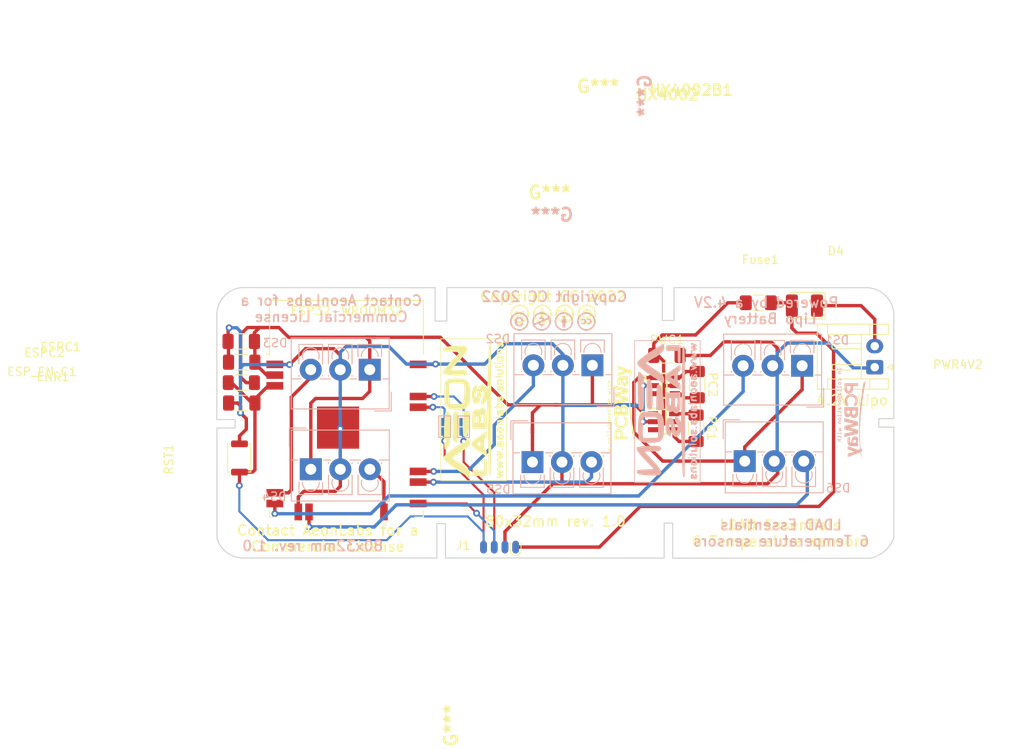
<source format=kicad_pcb>
(kicad_pcb (version 20211014) (generator pcbnew)
  (layers (0 "F.Cu" signal) (31 "B.Cu" signal) (34 "B.Paste" user) (35 "F.Paste" user) (36 "B.SilkS" user "B.Silkscreen") (37 "F.SilkS" user "F.Silkscreen") (38 "B.Mask" user) (39 "F.Mask" user) (44 "Edge.Cuts" user))
  (net 0 "")
  (net 1 "/3V3")
  (net 2 "/GND")
  (net 3 "Net-(DS1-Pad3)")
  (net 4 "Net-(DS2-Pad3)")
  (net 5 "Net-(DS3-Pad3)")
  (net 6 "Net-(DS4-Pad3)")
  (net 7 "Net-(DS5-Pad3)")
  (net 8 "Net-(DS6-Pad3)")
  (net 9 "/RST_EN_RTS")
  (net 26 "/IO0_BOOT_DTR")
  (net 33 "/IO03RX")
  (net 34 "/IO01TX")
  (net 37 "/5V0")
  (net 38 "/5V0F")
  (net 39 "Net-(HX4002-Pad4)")
  (net 40 "Net-(HX4002-Pad6)")
  (net 41 "Net-(HX4002B1-Pad4)")
  (net 42 "Net-(HX4002B1-Pad6)")
  (net 43 "/RX_IN")
  (net 44 "/TX_IN")
  (net 47 "Net-(PWR4V2-Pad2)")
  (footprint "AeonLabs:HX4002 SOT95 P280X125-6N" (layer "F.Cu") (at 161.67 90.89)
    (fp_text reference "HX4002B1" (at 3.21 -35.1) (layer "F.SilkS") (effects (font (size 1.27 1.27) (thickness 0.254))))
    (fp_text value "HX4002" hide)
    (pad "1" smd rect (at -1.21 -0.97 90) (size 0.6 1.2) (layers "F.Cu" "F.Paste" "F.Mask") (net 1 "/3V3"))
    (pad "2" smd rect (at -1.21 -0.02 90) (size 0.6 1.2) (layers "F.Cu" "F.Paste" "F.Mask") (net 2 "/GND"))
    (pad "3" smd rect (at -1.21 0.93 90) (size 0.6 1.2) (layers "F.Cu" "F.Paste" "F.Mask") (net 37 "/5V0"))
    (pad "4" smd rect (at 1.29 0.93 90) (size 0.6 1.2) (layers "F.Cu" "F.Paste" "F.Mask") (net 41 "Net-(HX4002B1-Pad4)"))
    (pad "5" smd rect (at 1.29 -0.02 90) (size 0.6 1.2) (layers "F.Cu" "F.Paste" "F.Mask") (net 37 "/5V0"))
    (pad "6" smd rect (at 1.29 -0.97 90) (size 0.6 1.2) (layers "F.Cu" "F.Paste" "F.Mask") (net 42 "Net-(HX4002B1-Pad6)"))
  )
  (footprint "AeonLabs:pcbWay Logo Collab" (layer "F.Cu") (at 156.59 93.7 90)
    (fp_text reference "G***" hide)
    (fp_text value "LOGO" hide)
  )
  (footprint "Capacitor_SMD:C_1206_3216Metric_Pad1.33x1.80mm_HandSolder" (layer "F.Cu") (at 111.59 92.93)
    (fp_text reference "ESP_EN_C1" (at -23.7 -3.71) (layer "F.SilkS"))
    (fp_text value "0.1uF")
    (pad "1" smd roundrect locked (at -1.5625 0) (size 1.325 1.8) (layers "F.Cu" "F.Paste" "F.Mask") (roundrect_rratio 0.188679) (net 2 "/GND"))
    (pad "2" smd roundrect locked (at 1.5625 0) (size 1.325 1.8) (layers "F.Cu" "F.Paste" "F.Mask") (roundrect_rratio 0.188679) (net 9 "/RST_EN_RTS"))
  )
  (footprint "Capacitor_SMD:C_1206_3216Metric_Pad1.33x1.80mm_HandSolder" (layer "F.Cu") (at 165.48 95.92 -90)
    (fp_text reference "PC1" (at 0 -1.85 -90 unlocked) (layer "F.SilkS"))
    (fp_text value "0.1pF")
    (pad "1" smd roundrect locked (at -1.5625 0 270) (size 1.325 1.8) (layers "F.Cu" "F.Paste" "F.Mask") (roundrect_rratio 0.188679) (net 40 "Net-(HX4002-Pad6)"))
    (pad "2" smd roundrect locked (at 1.5625 0 270) (size 1.325 1.8) (layers "F.Cu" "F.Paste" "F.Mask") (roundrect_rratio 0.188679) (net 39 "Net-(HX4002-Pad4)"))
  )
  (footprint "Fuse:Fuse_1206_3216Metric_Pad1.42x1.75mm_HandSolder" (layer "F.Cu") (at 172.86 81.03)
    (fp_text reference "Fuse1" (at 0.24 -5.12) (layer "F.SilkS"))
    (fp_text value "Polyfuse")
    (pad "1" smd roundrect locked (at -1.4875 0) (size 1.425 1.75) (layers "F.Cu" "F.Paste" "F.Mask") (roundrect_rratio 0.175439) (net 37 "/5V0"))
    (pad "2" smd roundrect locked (at 1.4875 0) (size 1.425 1.75) (layers "F.Cu" "F.Paste" "F.Mask") (roundrect_rratio 0.175439) (net 38 "/5V0F"))
  )
  (footprint "Diode_SMD:D_1210_3225Metric_Pad1.42x2.65mm_HandSolder" (layer "F.Cu") (at 178.3275 81.37 180)
    (fp_text reference "D4" (at -3.7325 6.49) (layer "F.SilkS"))
    (fp_text value "SCHOTSKY")
    (pad "1" smd roundrect locked (at -1.4875 0 180) (size 1.425 2.65) (layers "F.Cu" "F.Paste" "F.Mask") (roundrect_rratio 0.175439) (net 47 "Net-(PWR4V2-Pad2)"))
    (pad "2" smd roundrect locked (at 1.4875 0 180) (size 1.425 2.65) (layers "F.Cu" "F.Paste" "F.Mask") (roundrect_rratio 0.175439) (net 38 "/5V0F"))
  )
  (footprint "AeonLabs:SW_Push_SPST_NO_Alps_SKRK AliExpress" (layer "F.Cu") (at 112.14 97.895 -90)
    (fp_text reference "RST1" (at 1.715 9.21 90) (layer "F.SilkS"))
    (fp_text value "RST")
    (pad "1" smd roundrect (at -0.12 0.82 270) (size 0.8 2) (layers "F.Cu" "F.Paste" "F.Mask") (net 2 "/GND"))
    (pad "2" smd roundrect (at 3.23 0.82 270) (size 0.8 2) (layers "F.Cu" "F.Paste" "F.Mask") (net 9 "/RST_EN_RTS"))
  )
  (footprint "AeonLabs:aeon creative commons logos" (layer "F.Cu") (at 148.54 82.28)
    (fp_text reference "G***" (at -0.43 -14.33) (layer "F.SilkS") (effects (font (size 1.524 1.524) (thickness 0.3))))
    (fp_text value "LOGO" hide)
  )
  (footprint "Capacitor_SMD:C_1206_3216Metric_Pad1.33x1.80mm_HandSolder" (layer "F.Cu") (at 165.62 90.75 -90)
    (fp_text reference "PC2" (at 0 -1.85 -90 unlocked) (layer "F.SilkS"))
    (fp_text value "0.1pF")
    (pad "1" smd roundrect locked (at -1.5625 0 270) (size 1.325 1.8) (layers "F.Cu" "F.Paste" "F.Mask") (roundrect_rratio 0.188679) (net 42 "Net-(HX4002B1-Pad6)"))
    (pad "2" smd roundrect locked (at 1.5625 0 270) (size 1.325 1.8) (layers "F.Cu" "F.Paste" "F.Mask") (roundrect_rratio 0.188679) (net 41 "Net-(HX4002B1-Pad4)"))
  )
  (footprint "AeonLabs:Enclosure - alfakdoos leeq 89x43mm" (layer "F.Cu") (at 108.56 111.33)
    (fp_text reference "G***" (at 45.3 -55.97) (layer "F.SilkS") (effects (font (size 1.524 1.524) (thickness 0.3))))
    (fp_text value "LOGO" hide)
    (fp_line (start 78.59 -15.55) (end 78.59 -16.5475) (layer "Edge.Cuts") (width 0.12))
    (fp_line (start 25.97 -32.09) (end 2.965 -32.1) (layer "Edge.Cuts") (width 0.12))
    (fp_line (start 0.07 -16.44) (end 0.075 -28.91) (layer "Edge.Cuts") (width 0.12))
    (fp_line (start 54.3 -32.1003) (end 54.3 -28.2003) (layer "Edge.Cuts") (width 0.12))
    (fp_line (start 52.91 -28.2003) (end 52.91 -32.1003) (layer "Edge.Cuts") (width 0.12))
    (fp_line (start 54.14 -4.15) (end 53.14 -4.15) (layer "Edge.Cuts") (width 0.12))
    (fp_line (start 27.18 -4.085) (end 26.17 -4.085) (layer "Edge.Cuts") (width 0.12))
    (fp_line (start 53.14 -4.15) (end 53.13 0) (layer "Edge.Cuts") (width 0.12))
    (fp_line (start 26.17 -4.085) (end 26.17 -0.01) (layer "Edge.Cuts") (width 0.12))
    (fp_line (start 0.09 -2.39) (end 0.08 -15.44) (layer "Edge.Cuts") (width 0.12))
    (fp_line (start 0.07 -16.44) (end 2.24 -16.44) (layer "Edge.Cuts") (width 0.12))
    (fp_line (start 26.17 -0.01) (end 3.15 -0.01) (layer "Edge.Cuts") (width 0.12))
    (fp_line (start 2.24 -16.44) (end 2.24 -15.44) (layer "Edge.Cuts") (width 0.12))
    (fp_line (start 27.2 -0.01) (end 53.13 0) (layer "Edge.Cuts") (width 0.12))
    (fp_line (start 80.37 -16.545) (end 80.37 -29.1203) (layer "Edge.Cuts") (width 0.12))
    (fp_line (start 27.2 -0.01) (end 27.18 -4.085) (layer "Edge.Cuts") (width 0.12))
    (fp_line (start 27.35 -28.13) (end 25.97 -28.13) (layer "Edge.Cuts") (width 0.12))
    (fp_line (start 54.14 0.01) (end 54.14 -4.15) (layer "Edge.Cuts") (width 0.12))
    (fp_line (start 27.36 -32.1) (end 27.35 -28.13) (layer "Edge.Cuts") (width 0.12))
    (fp_line (start 80.37 -15.545) (end 80.38 -2.4) (layer "Edge.Cuts") (width 0.12))
    (fp_line (start 2.24 -15.44) (end 0.08 -15.44) (layer "Edge.Cuts") (width 0.12))
    (fp_line (start 78.59 -16.5475) (end 80.37 -16.545) (layer "Edge.Cuts") (width 0.12))
    (fp_line (start 52.91 -32.1003) (end 27.36 -32.1) (layer "Edge.Cuts") (width 0.12))
    (fp_line (start 25.97 -28.13) (end 25.97 -32.09) (layer "Edge.Cuts") (width 0.12))
    (fp_line (start 54.3 -28.2003) (end 52.91 -28.2003) (layer "Edge.Cuts") (width 0.12))
    (fp_line (start 54.14 0.01) (end 77.58 0.03) (layer "Edge.Cuts") (width 0.12))
    (fp_line (start 80.37 -15.545) (end 78.59 -15.55) (layer "Edge.Cuts") (width 0.12))
    (fp_line (start 54.3 -32.1003) (end 77.13 -32.0903) (layer "Edge.Cuts") (width 0.12))
    (fp_arc (start 80.38 -2.4) (mid 79.286407 -0.831939) (end 77.58 0.03) (layer "Edge.Cuts") (width 0.12))
    (fp_arc (start 0.075 -28.91) (mid 0.920114 -31.04847) (end 2.965 -32.1) (layer "Edge.Cuts") (width 0.12))
    (fp_arc (start 77.13 -32.0903) (mid 79.313475 -31.22) (end 80.37 -29.1203) (layer "Edge.Cuts") (width 0.12))
    (fp_arc (start 3.15 -0.01) (mid 1.222731 -0.689225) (end 0.09 -2.39) (layer "Edge.Cuts") (width 0.12))
  )
  (footprint "AeonLabs:HX4002 SOT95 P280X125-6N" (layer "F.Cu") (at 161.5825 95.17)
    (fp_text reference "HX4002" (at 0.51 -38.84) (layer "F.SilkS") (effects (font (size 1.27 1.27) (thickness 0.254))))
    (fp_text value "HX4002" hide)
    (pad "1" smd rect (at -1.21 -0.97 90) (size 0.6 1.2) (layers "F.Cu" "F.Paste" "F.Mask") (net 1 "/3V3"))
    (pad "2" smd rect (at -1.21 -0.02 90) (size 0.6 1.2) (layers "F.Cu" "F.Paste" "F.Mask") (net 2 "/GND"))
    (pad "3" smd rect (at -1.21 0.93 90) (size 0.6 1.2) (layers "F.Cu" "F.Paste" "F.Mask") (net 37 "/5V0"))
    (pad "4" smd rect (at 1.29 0.93 90) (size 0.6 1.2) (layers "F.Cu" "F.Paste" "F.Mask") (net 39 "Net-(HX4002-Pad4)"))
    (pad "5" smd rect (at 1.29 -0.02 90) (size 0.6 1.2) (layers "F.Cu" "F.Paste" "F.Mask") (net 37 "/5V0"))
    (pad "6" smd rect (at 1.29 -0.97 90) (size 0.6 1.2) (layers "F.Cu" "F.Paste" "F.Mask") (net 40 "Net-(HX4002-Pad6)"))
  )
  (footprint "Connector_JST:JST_EH_S2B-EH_1x02_P2.50mm_Horizontal" (layer "F.Cu") (at 186.67 88.68 90)
    (fp_text reference "PWR4V2" (at 0.32 9.86) (layer "F.SilkS"))
    (fp_text value "PWR4V2")
    (pad "1" thru_hole roundrect locked (at 0 0 90) (size 1.7 2) (drill 1) (layers *.Cu *.Mask) (roundrect_rratio 0.147059) (net 2 "/GND"))
    (pad "2" thru_hole oval locked (at 2.5 0 90) (size 1.7 2) (drill 1) (layers *.Cu *.Mask) (net 47 "Net-(PWR4V2-Pad2)"))
  )
  (footprint "Capacitor_SMD:C_1206_3216Metric_Pad1.33x1.80mm_HandSolder" (layer "F.Cu") (at 111.58 88.08 180)
    (fp_text reference "ESPC1" (at 21.48 1.81) (layer "F.SilkS"))
    (fp_text value "0.1uF")
    (pad "1" smd roundrect locked (at -1.5625 0 180) (size 1.325 1.8) (layers "F.Cu" "F.Paste" "F.Mask") (roundrect_rratio 0.188679) (net 1 "/3V3"))
    (pad "2" smd roundrect locked (at 1.5625 0 180) (size 1.325 1.8) (layers "F.Cu" "F.Paste" "F.Mask") (roundrect_rratio 0.188679) (net 2 "/GND"))
  )
  (footprint "AeonLabs:aeon logo www" (layer "F.Cu") (at 139.047666 93.720001 90)
    (fp_text reference "G***" (at -37.47 -2.64 90) (layer "F.SilkS") (effects (font (size 1.524 1.524) (thickness 0.3))))
    (fp_text value "LOGO" hide)
  )
  (footprint "Capacitor_SMD:C_1206_3216Metric_Pad1.33x1.80mm_HandSolder" (layer "F.Cu") (at 162.02 87.28)
    (fp_text reference "PWC1" (at 0 -1.85) (layer "F.SilkS"))
    (fp_text value "0.1pF")
    (pad "1" smd roundrect locked (at -1.5625 0) (size 1.325 1.8) (layers "F.Cu" "F.Paste" "F.Mask") (roundrect_rratio 0.188679) (net 37 "/5V0"))
    (pad "2" smd roundrect locked (at 1.5625 0) (size 1.325 1.8) (layers "F.Cu" "F.Paste" "F.Mask") (roundrect_rratio 0.188679) (net 2 "/GND"))
  )
  (footprint "Connector:SOIC_clipProgSmall" (layer "F.Cu") (at 142.175 110.78)
    (fp_text reference "J1" (at -4.32 -0.9295) (layer "F.SilkS"))
    (fp_text value "Conn_01x08_Male")
    (pad "" np_thru_hole circle (at -2.54 -1.905) (size 0.7 0.7) (drill 0.7) (layers *.Cu *.Mask))
    (pad "" np_thru_hole circle (at 0 -1.905) (size 0.7 0.7) (drill 0.7) (layers *.Cu *.Mask))
    (pad "" np_thru_hole circle (at -1.27 -1.905) (size 0.7 0.7) (drill 0.7) (layers *.Cu *.Mask))
    (pad "" np_thru_hole circle (at 1.27 -1.905) (size 0.7 0.7) (drill 0.7) (layers *.Cu *.Mask))
    (pad "" np_thru_hole circle (at 2.54 -1.905) (size 0.7 0.7) (drill 0.7) (layers *.Cu *.Mask))
    (pad "1" smd oval (at 1.905 -0.75) (size 0.8 1.5) (layers "F.Cu" "F.Mask") (net 38 "/5V0F"))
    (pad "2" smd oval (at 0.635 -0.75) (size 0.8 1.5) (layers "F.Cu" "F.Mask") (net 2 "/GND"))
    (pad "3" smd oval (at -0.635 -0.75) (size 0.8 1.5) (layers "F.Cu" "F.Mask") (net 43 "/RX_IN"))
    (pad "4" smd oval (at -1.905 -0.75) (size 0.8 1.5) (layers "F.Cu" "F.Mask") (net 44 "/TX_IN"))
    (pad "5" smd oval (at -1.905 -0.75) (size 0.8 1.5) (layers "B.Cu" "B.Mask") (net 9 "/RST_EN_RTS"))
    (pad "6" smd oval (at -0.635 -0.75) (size 0.8 1.5) (layers "B.Cu" "B.Mask") (net 26 "/IO0_BOOT_DTR"))
    (pad "7" smd oval (at 0.635 -0.75) (size 0.8 1.5) (layers "B.Cu" "B.Mask"))
    (pad "8" smd oval (at 1.905 -0.75) (size 0.8 1.5) (layers "B.Cu" "B.Mask"))
  )
  (footprint "RF_Module:ESP32-WROOM-32" (layer "F.Cu") (at 124.01 96.6)
    (fp_text reference "ESP32-WROOM32" (at 0.01 -14.605) (layer "F.SilkS"))
    (fp_text value "ESP32-WROOM-32")
    (pad "1" smd rect locked (at -8.5 -8.255) (size 2 0.9) (layers "F.Cu" "F.Paste" "F.Mask") (net 2 "/GND"))
    (pad "2" smd rect locked (at -8.5 -6.985) (size 2 0.9) (layers "F.Cu" "F.Paste" "F.Mask") (net 1 "/3V3"))
    (pad "3" smd rect locked (at -8.5 -5.715) (size 2 0.9) (layers "F.Cu" "F.Paste" "F.Mask") (net 9 "/RST_EN_RTS"))
    (pad "4" smd rect locked (at -8.5 -4.445) (size 0 0) (layers "F.Cu" "F.Paste" "F.Mask"))
    (pad "5" smd rect locked (at -8.5 -3.175) (size 0 0) (layers "F.Cu" "F.Paste" "F.Mask"))
    (pad "6" smd rect locked (at -8.5 -1.905) (size 0 0) (layers "F.Cu" "F.Paste" "F.Mask"))
    (pad "7" smd rect locked (at -8.5 -0.635) (size 0 0) (layers "F.Cu" "F.Paste" "F.Mask"))
    (pad "8" smd rect locked (at -8.5 0.635) (size 0 0) (layers "F.Cu" "F.Paste" "F.Mask"))
    (pad "9" smd rect locked (at -8.5 1.905) (size 0 0) (layers "F.Cu" "F.Paste" "F.Mask"))
    (pad "10" smd rect locked (at -8.5 3.175) (size 0 0) (layers "F.Cu" "F.Paste" "F.Mask"))
    (pad "11" smd rect locked (at -8.5 4.445) (size 0 0) (layers "F.Cu" "F.Paste" "F.Mask"))
    (pad "12" smd rect locked (at -8.5 5.715) (size 0 0) (layers "F.Cu" "F.Paste" "F.Mask"))
    (pad "13" smd rect locked (at -8.5 6.985) (size 2 0.9) (layers "F.Cu" "F.Paste" "F.Mask") (net 5 "Net-(DS3-Pad3)"))
    (pad "14" smd rect locked (at -8.5 8.255) (size 2 0.9) (layers "F.Cu" "F.Paste" "F.Mask") (net 3 "Net-(DS1-Pad3)"))
    (pad "15" smd rect locked (at -5.715 9.255 90) (size 2 0.9) (layers "F.Cu" "F.Paste" "F.Mask") (net 2 "/GND"))
    (pad "16" smd rect locked (at -4.445 9.255 90) (size 2 0.9) (layers "F.Cu" "F.Paste" "F.Mask") (net 8 "Net-(DS6-Pad3)"))
    (pad "17" smd rect locked (at -3.175 9.255 90) (size 0 0) (layers "F.Cu" "F.Paste" "F.Mask"))
    (pad "18" smd rect locked (at -1.905 9.255 90) (size 0 0) (layers "F.Cu" "F.Paste" "F.Mask"))
    (pad "19" smd rect locked (at -0.635 9.255 90) (size 0 0) (layers "F.Cu" "F.Paste" "F.Mask"))
    (pad "20" smd rect locked (at 0.635 9.255 90) (size 0 0) (layers "F.Cu" "F.Paste" "F.Mask"))
    (pad "21" smd rect locked (at 1.905 9.255 90) (size 0 0) (layers "F.Cu" "F.Paste" "F.Mask"))
    (pad "22" smd rect locked (at 3.175 9.255 90) (size 0 0) (layers "F.Cu" "F.Paste" "F.Mask"))
    (pad "23" smd rect locked (at 4.445 9.255 90) (size 2 0.9) (layers "F.Cu" "F.Paste" "F.Mask") (net 6 "Net-(DS4-Pad3)"))
    (pad "24" smd rect locked (at 5.715 9.255 90) (size 0 0) (layers "F.Cu" "F.Paste" "F.Mask"))
    (pad "25" smd rect locked (at 8.5 8.255) (size 2 0.9) (layers "F.Cu" "F.Paste" "F.Mask") (net 26 "/IO0_BOOT_DTR"))
    (pad "26" smd rect locked (at 8.5 6.985) (size 0 0) (layers "F.Cu" "F.Paste" "F.Mask"))
    (pad "27" smd rect locked (at 8.5 5.715) (size 2 0.9) (layers "F.Cu" "F.Paste" "F.Mask") (net 7 "Net-(DS5-Pad3)"))
    (pad "28" smd rect locked (at 8.5 4.445) (size 2 0.9) (layers "F.Cu" "F.Paste" "F.Mask") (net 4 "Net-(DS2-Pad3)"))
    (pad "29" smd rect locked (at 8.5 3.175) (size 0 0) (layers "F.Cu" "F.Paste" "F.Mask"))
    (pad "30" smd rect locked (at 8.5 1.905) (size 0 0) (layers "F.Cu" "F.Paste" "F.Mask"))
    (pad "31" smd rect locked (at 8.5 0.635) (size 0 0) (layers "F.Cu" "F.Paste" "F.Mask"))
    (pad "32" smd rect locked (at 8.5 -0.635) (size 0 0) (layers "F.Cu" "F.Paste" "F.Mask"))
    (pad "33" smd rect locked (at 8.5 -1.905) (size 0 0) (layers "F.Cu" "F.Paste" "F.Mask"))
    (pad "34" smd rect locked (at 8.5 -3.175) (size 2 0.9) (layers "F.Cu" "F.Paste" "F.Mask") (net 33 "/IO03RX"))
    (pad "35" smd rect locked (at 8.5 -4.445) (size 2 0.9) (layers "F.Cu" "F.Paste" "F.Mask") (net 34 "/IO01TX"))
    (pad "36" smd rect locked (at 8.5 -5.715) (size 0 0) (layers "F.Cu" "F.Paste" "F.Mask"))
    (pad "37" smd rect locked (at 8.5 -6.985) (size 0 0) (layers "F.Cu" "F.Paste" "F.Mask"))
    (pad "38" smd rect locked (at 8.5 -8.255) (size 2 0.9) (layers "F.Cu" "F.Paste" "F.Mask") (net 2 "/GND"))
    (pad "39" smd rect locked (at -1 -0.755) (size 5 5) (layers "F.Cu" "F.Paste" "F.Mask") (net 2 "/GND"))
  )
  (footprint "Resistor_SMD:R_1206_3216Metric_Pad1.30x1.75mm_HandSolder" (layer "F.Cu") (at 111.54 90.51 180)
    (fp_text reference "ENR1" (at 22.34 0.69) (layer "F.SilkS"))
    (fp_text value "10k")
    (pad "1" smd roundrect locked (at -1.55 0 180) (size 1.3 1.75) (layers "F.Cu" "F.Paste" "F.Mask") (roundrect_rratio 0.192308) (net 1 "/3V3"))
    (pad "2" smd roundrect locked (at 1.55 0 180) (size 1.3 1.75) (layers "F.Cu" "F.Paste" "F.Mask") (roundrect_rratio 0.192308) (net 9 "/RST_EN_RTS"))
  )
  (footprint "Capacitor_SMD:C_1206_3216Metric_Pad1.33x1.80mm_HandSolder" (layer "F.Cu") (at 111.53 85.62 180)
    (fp_text reference "ESPC2" (at 23.35 -1.34) (layer "F.SilkS"))
    (fp_text value "22uF")
    (pad "1" smd roundrect locked (at -1.5625 0 180) (size 1.325 1.8) (layers "F.Cu" "F.Paste" "F.Mask") (roundrect_rratio 0.188679) (net 1 "/3V3"))
    (pad "2" smd roundrect locked (at 1.5625 0 180) (size 1.325 1.8) (layers "F.Cu" "F.Paste" "F.Mask") (roundrect_rratio 0.188679) (net 2 "/GND"))
  )
  (footprint "TestPoint:TestPoint_Pad_Bridge_1.0x1.0mm" (layer "B.Cu") (at 137.9 96.32 90)
    (fp_text reference "RX1" hide)
    (fp_text value "RX1")
    (pad "1" smd rect (at 0 0 90) (size 1 1) (layers "B.Cu" "B.Mask") (net 43 "/RX_IN"))
    (pad "2" smd rect (at 1.12 0 90) (size 1 1) (layers "B.Cu" "B.Mask") (net 34 "/IO01TX"))
  )
  (footprint "TerminalBlock_4Ucon:TerminalBlock_4Ucon_1x03_P3.50mm_Vertical" (layer "B.Cu") (at 126.77 88.97 180)
    (fp_text reference "DS3" (at 11.21 3.17) (layer "B.SilkS") (effects (justify mirror)))
    (fp_text value "DS3")
    (pad "1" thru_hole rect locked (at 0 0 180) (size 2.6 2.6) (drill 1.3) (layers *.Cu *.Mask) (net 1 "/3V3"))
    (pad "2" thru_hole circle locked (at 3.5 0 180) (size 2.6 2.6) (drill 1.3) (layers *.Cu *.Mask) (net 2 "/GND"))
    (pad "3" thru_hole circle locked (at 7 0 180) (size 2.6 2.6) (drill 1.3) (layers *.Cu *.Mask) (net 5 "Net-(DS3-Pad3)"))
  )
  (footprint "AeonLabs:pcbWay Logo Collab" (layer "B.Cu") (at 183.89 94.11 -90)
    (fp_text reference "G***" hide)
    (fp_text value "LOGO" hide)
  )
  (footprint "TerminalBlock_4Ucon:TerminalBlock_4Ucon_1x03_P3.50mm_Vertical" (layer "B.Cu") (at 153.18 88.455 180)
    (fp_text reference "DS2" (at 11.21 3.135) (layer "B.SilkS") (effects (justify mirror)))
    (fp_text value "DS2")
    (pad "1" thru_hole rect locked (at 0 0 180) (size 2.6 2.6) (drill 1.3) (layers *.Cu *.Mask) (net 1 "/3V3"))
    (pad "2" thru_hole circle locked (at 3.5 0 180) (size 2.6 2.6) (drill 1.3) (layers *.Cu *.Mask) (net 2 "/GND"))
    (pad "3" thru_hole circle locked (at 7 0 180) (size 2.6 2.6) (drill 1.3) (layers *.Cu *.Mask) (net 4 "Net-(DS2-Pad3)"))
  )
  (footprint "TerminalBlock_4Ucon:TerminalBlock_4Ucon_1x03_P3.50mm_Vertical" (layer "B.Cu") (at 119.78 100.795)
    (fp_text reference "DS4" (at -4.34 3.235) (layer "B.SilkS") (effects (justify mirror)))
    (fp_text value "DS4")
    (pad "1" thru_hole rect locked (at 0 0) (size 2.6 2.6) (drill 1.3) (layers *.Cu *.Mask) (net 1 "/3V3"))
    (pad "2" thru_hole circle locked (at 3.5 0) (size 2.6 2.6) (drill 1.3) (layers *.Cu *.Mask) (net 2 "/GND"))
    (pad "3" thru_hole circle locked (at 7 0) (size 2.6 2.6) (drill 1.3) (layers *.Cu *.Mask) (net 6 "Net-(DS4-Pad3)"))
  )
  (footprint "AeonLabs:aeon creative commons logos" (layer "B.Cu") (at 148.500201 83.198532 180)
    (fp_text reference "G***" (at 0.120201 12.598532) (layer "B.SilkS") (effects (font (size 1.524 1.524) (thickness 0.3)) (justify mirror)))
    (fp_text value "LOGO" hide)
  )
  (footprint "AeonLabs:aeon logo www" (layer "B.Cu") (at 162.03 93.94 -90)
    (fp_text reference "G***" (at -37.47 2.64 90) (layer "B.SilkS") (effects (font (size 1.524 1.524) (thickness 0.3)) (justify mirror)))
    (fp_text value "LOGO" hide)
  )
  (footprint "TerminalBlock_4Ucon:TerminalBlock_4Ucon_1x03_P3.50mm_Vertical" (layer "B.Cu") (at 146.07 99.94)
    (fp_text reference "DS5" (at -4.03 3.24) (layer "B.SilkS") (effects (justify mirror)))
    (fp_text value "DS5")
    (pad "1" thru_hole rect locked (at 0 0) (size 2.6 2.6) (drill 1.3) (layers *.Cu *.Mask) (net 1 "/3V3"))
    (pad "2" thru_hole circle locked (at 3.5 0) (size 2.6 2.6) (drill 1.3) (layers *.Cu *.Mask) (net 2 "/GND"))
    (pad "3" thru_hole circle locked (at 7 0) (size 2.6 2.6) (drill 1.3) (layers *.Cu *.Mask) (net 7 "Net-(DS5-Pad3)"))
  )
  (footprint "TerminalBlock_4Ucon:TerminalBlock_4Ucon_1x03_P3.50mm_Vertical" (layer "B.Cu") (at 178.06 88.505 180)
    (fp_text reference "DS1" (at -4.11 3.035) (layer "B.SilkS") (effects (justify mirror)))
    (fp_text value "DS1")
    (pad "1" thru_hole rect locked (at 0 0 180) (size 2.6 2.6) (drill 1.3) (layers *.Cu *.Mask) (net 1 "/3V3"))
    (pad "2" thru_hole circle locked (at 3.5 0 180) (size 2.6 2.6) (drill 1.3) (layers *.Cu *.Mask) (net 2 "/GND"))
    (pad "3" thru_hole circle locked (at 7 0 180) (size 2.6 2.6) (drill 1.3) (layers *.Cu *.Mask) (net 3 "Net-(DS1-Pad3)"))
  )
  (footprint "TerminalBlock_4Ucon:TerminalBlock_4Ucon_1x03_P3.50mm_Vertical" (layer "B.Cu") (at 171.25 99.83)
    (fp_text reference "DS6" (at 11.08 3.19) (layer "B.SilkS") (effects (justify mirror)))
    (fp_text value "DS6")
    (pad "1" thru_hole rect locked (at 0 0) (size 2.6 2.6) (drill 1.3) (layers *.Cu *.Mask) (net 1 "/3V3"))
    (pad "2" thru_hole circle locked (at 3.5 0) (size 2.6 2.6) (drill 1.3) (layers *.Cu *.Mask) (net 2 "/GND"))
    (pad "3" thru_hole circle locked (at 7 0) (size 2.6 2.6) (drill 1.3) (layers *.Cu *.Mask) (net 8 "Net-(DS6-Pad3)"))
  )
  (footprint "TestPoint:TestPoint_Pad_Bridge_1.0x1.0mm" (layer "B.Cu") (at 135.65 96.31 90)
    (fp_text reference "TX1" hide)
    (fp_text value "TX1")
    (pad "1" smd rect (at 0 0 90) (size 1 1) (layers "B.Cu" "B.Mask") (net 44 "/TX_IN"))
    (pad "2" smd rect (at 1.12 0 90) (size 1 1) (layers "B.Cu" "B.Mask") (net 33 "/IO03RX"))
  )
  (gr_text "Contact AeonLabs for a\nCommercial License" (at 122.19 81.73) (layer "B.SilkS") (effects (font (size 1.2 1.2) (thickness 0.2)) (justify mirror)))
  (gr_text "Powered by a 4.2V\nLipo Battery " (at 173.81 81.97) (layer "B.SilkS") (effects (font (size 1.2 1.2) (thickness 0.2)) (justify mirror)))
  (gr_text "LDAD Essentials\n6 Temperature sensors" (at 175.56 108.36) (layer "B.SilkS") (effects (font (size 1.2 1.2) (thickness 0.2)) (justify mirror)))
  (gr_text "80x32mm rev. 1.0" (at 120 109.89) (layer "B.SilkS") (effects (font (size 1.2 1.2) (thickness 0.2)) (justify mirror)))
  (gr_text "Copyright CC 2022" (at 148.67 80.31) (layer "B.SilkS") (effects (font (size 1.2 1.2) (thickness 0.2)) (justify mirror)))
  (gr_text "Contact AeonLabs for a\nCommercial License" (at 121.8 109) (layer "F.SilkS") (effects (font (size 1.2 1.2) (thickness 0.2))))
  (gr_text "4.2V Lipo" (at 184.01 92.6) (layer "F.SilkS") (effects (font (size 1.2 1.2) (thickness 0.2))))
  (gr_text "Copyright CC 2022" (at 148.49 80.28) (layer "F.SilkS") (effects (font (size 1.2 1.2) (thickness 0.2))))
  (gr_text "80x32mm rev. 1.0" (at 148.79 106.97) (layer "F.SilkS") (effects (font (size 1.2 1.2) (thickness 0.2))))
  (gr_text "LDAD Essentials\n6 Temperature sensors" (at 175.46 108.39) (layer "F.SilkS") (effects (font (size 1.2 1.2) (thickness 0.2))))
  (segment (start 114.26 83.97) (end 112.26 83.97) (width 0.4) (layer "F.Cu") (net 1))
  (segment (start 146.07 96.46) (end 146.07 94.09) (width 0.4) (layer "F.Cu") (net 1))
  (segment (start 120.34 92.39) (end 119.78 92.95) (width 0.4) (layer "F.Cu") (net 1))
  (segment (start 178.06 91.33) (end 178.06 88.505) (width 0.4) (layer "F.Cu") (net 1))
  (segment (start 148.64 93.14) (end 148.98 93.14) (width 0.4) (layer "F.Cu") (net 1))
  (segment (start 159.31 94.2) (end 158.09 92.98) (width 0.4) (layer "F.Cu") (net 1))
  (segment (start 161.52 99.82) (end 171.67 99.82) (width 0.4) (layer "F.Cu") (net 1))
  (segment (start 147.02 93.14) (end 143.15 93.14) (width 0.4) (layer "F.Cu") (net 1))
  (segment (start 172.795 96.595) (end 171.67 97.72) (width 0.4) (layer "F.Cu") (net 1))
  (segment (start 112.26 83.97) (end 111.45 84.78) (width 0.4) (layer "F.Cu") (net 1))
  (segment (start 158.09 93.14) (end 158.09 96.39) (width 0.4) (layer "F.Cu") (net 1))
  (segment (start 143.15 93.14) (end 135.135 85.125) (width 0.4) (layer "F.Cu") (net 1))
  (segment (start 172.795 96.595) (end 171.25 98.14) (width 0.4) (layer "F.Cu") (net 1))
  (segment (start 112.1 90.51) (end 113.09 90.51) (width 0.4) (layer "F.Cu") (net 1))
  (segment (start 114.26 83.97) (end 115.99 83.97) (width 0.4) (layer "F.Cu") (net 1))
  (segment (start 171.25 98.14) (end 171.25 99.83) (width 0.4) (layer "F.Cu") (net 1))
  (segment (start 113.7 83.97) (end 114.26 83.97) (width 0.4) (layer "F.Cu") (net 1))
  (segment (start 148.98 93.14) (end 153.27 93.14) (width 0.4) (layer "F.Cu") (net 1))
  (segment (start 153.27 93.14) (end 154.83 93.14) (width 0.4) (layer "F.Cu") (net 1))
  (segment (start 119.78 92.95) (end 119.78 100.795) (width 0.4) (layer "F.Cu") (net 1))
  (segment (start 113.1425 85.67) (end 113.0925 85.62) (width 0.4) (layer "F.Cu") (net 1))
  (segment (start 153.18 88.455) (end 153.18 93.05) (width 0.4) (layer "F.Cu") (net 1))
  (segment (start 146.07 96.46) (end 146.07 95.71) (width 0.4) (layer "F.Cu") (net 1))
  (segment (start 158.09 93.14) (end 158.09 92.98) (width 0.4) (layer "F.Cu") (net 1))
  (segment (start 176.755 92.635) (end 178.06 91.33) (width 0.4) (layer "F.Cu") (net 1))
  (segment (start 146.07 94.09) (end 147.02 93.14) (width 0.4) (layer "F.Cu") (net 1))
  (segment (start 126.325 85.125) (end 127.405 85.125) (width 0.4) (layer "F.Cu") (net 1))
  (segment (start 146.07 99.94) (end 146.07 97.89) (width 0.4) (layer "F.Cu") (net 1))
  (segment (start 126.77 91.54) (end 125.92 92.39) (width 0.4) (layer "F.Cu") (net 1))
  (segment (start 160.3725 94.2) (end 159.31 94.2) (width 0.4) (layer "F.Cu") (net 1))
  (segment (start 113.09 85.6225) (end 113.0925 85.62) (width 0.4) (layer "F.Cu") (net 1))
  (segment (start 176.755 92.635) (end 172.795 96.595) (width 0.4) (layer "F.Cu") (net 1))
  (segment (start 126.325 85.125) (end 126.77 85.57) (width 0.4) (layer "F.Cu") (net 1))
  (segment (start 126.77 88.97) (end 126.77 91.54) (width 0.4) (layer "F.Cu") (net 1))
  (segment (start 111.45 89.86) (end 112.1 90.51) (width 0.4) (layer "F.Cu") (net 1))
  (segment (start 158.09 92.98) (end 158.09 90.49) (width 0.4) (layer "F.Cu") (net 1))
  (segment (start 147.02 93.14) (end 148.98 93.14) (width 0.4) (layer "F.Cu") (net 1))
  (segment (start 114.545 89.615) (end 115.51 89.615) (width 0.4) (layer "F.Cu") (net 1))
  (segment (start 158.09 90.49) (end 158.66 89.92) (width 0.4) (layer "F.Cu") (net 1))
  (segment (start 117.145 85.125) (end 115.99 83.97) (width 0.4) (layer "F.Cu") (net 1))
  (segment (start 153.18 93.05) (end 153.27 93.14) (width 0.4) (layer "F.Cu") (net 1))
  (segment (start 113.1425 88.08) (end 113.1425 85.67) (width 0.4) (layer "F.Cu") (net 1))
  (segment (start 158.09 93.14) (end 154.83 93.14) (width 0.4) (layer "F.Cu") (net 1))
  (segment (start 113.0925 84.5775) (end 113.7 83.97) (width 0.4) (layer "F.Cu") (net 1))
  (segment (start 125.92 92.39) (end 120.34 92.39) (width 0.4) (layer "F.Cu") (net 1))
  (segment (start 111.45 84.78) (end 111.45 89.86) (width 0.4) (layer "F.Cu") (net 1))
  (segment (start 146.07 97.89) (end 146.07 96.46) (width 0.4) (layer "F.Cu") (net 1))
  (segment (start 126.77 85.57) (end 126.77 88.97) (width 0.4) (layer "F.Cu") (net 1))
  (segment (start 113.0925 85.62) (end 113.0925 84.5775) (width 0.4) (layer "F.Cu") (net 1))
  (segment (start 113.1425 88.08) (end 113.1425 88.2125) (width 0.4) (layer "F.Cu") (net 1))
  (segment (start 127.405 85.125) (end 117.145 85.125) (width 0.4) (layer "F.Cu") (net 1))
  (segment (start 135.135 85.125) (end 127.405 85.125) (width 0.4) (layer "F.Cu") (net 1))
  (segment (start 158.66 89.92) (end 160.46 89.92) (width 0.4) (layer "F.Cu") (net 1))
  (segment (start 158.09 96.39) (end 161.52 99.82) (width 0.4) (layer "F.Cu") (net 1))
  (segment (start 113.1425 88.2125) (end 114.545 89.615) (width 0.4) (layer "F.Cu") (net 1))
  (segment (start 159.2 90.87) (end 159.12 90.87) (width 0.4) (layer "F.Cu") (net 2))
  (segment (start 142.81 110.03) (end 142.81 108.19) (width 0.4) (layer "F.Cu") (net 2))
  (segment (start 173.95 102.51) (end 175.17 101.29) (width 0.4) (layer "F.Cu") (net 2))
  (segment (start 142.81 108.19) (end 148.49 102.51) (width 0.4) (layer "F.Cu") (net 2))
  (segment (start 163.5825 87.28) (end 167.18 87.28) (width 0.4) (layer "F.Cu") (net 2))
  (segment (start 112.13 94.79) (end 112.13 96.03) (width 0.4) (layer "F.Cu") (net 2))
  (segment (start 168.79 85.67) (end 174.38 85.67) (width 0.4) (layer "F.Cu") (net 2))
  (segment (start 175.1 86.39) (end 175.1 88.475) (width 0.4) (layer "F.Cu") (net 2))
  (segment (start 160.3725 95.15) (end 159.01 95.15) (width 0.4) (layer "F.Cu") (net 2))
  (segment (start 149.57 99.94) (end 149.57 102.15) (width 0.4) (layer "F.Cu") (net 2))
  (segment (start 149.57 102.15) (end 149.93 102.51) (width 0.4) (layer "F.Cu") (net 2))
  (segment (start 109.9675 85.62) (end 109.9675 84.1225) (width 0.4) (layer "F.Cu") (net 2))
  (segment (start 175.17 101.29) (end 175.17 99.82) (width 0.4) (layer "F.Cu") (net 2))
  (segment (start 122.5 86.48) (end 119.15 86.48) (width 0.4) (layer "F.Cu") (net 2))
  (segment (start 122.69 103.41) (end 118.95 103.41) (width 0.4) (layer "F.Cu") (net 2))
  (segment (start 112.13 96.03) (end 111.32 96.84) (width 0.4) (layer "F.Cu") (net 2))
  (segment (start 123.28 102.82) (end 122.69 103.41) (width 0.4) (layer "F.Cu") (net 2))
  (segment (start 111.44 94.1) (end 112.13 94.79) (width 0.4) (layer "F.Cu") (net 2))
  (segment (start 174.38 85.67) (end 175.1 86.39) (width 0.4) (layer "F.Cu") (net 2))
  (segment (start 109.9675 84.1225) (end 110.09 84) (width 0.4) (layer "F.Cu") (net 2))
  (segment (start 134.535 88.345) (end 134.575 88.305) (width 0.4) (layer "F.Cu") (net 2))
  (segment (start 110.0275 92.93) (end 111.11 92.93) (width 0.4) (layer "F.Cu") (net 2))
  (segment (start 110.0175 85.67) (end 109.9675 85.62) (width 0.4) (layer "F.Cu") (net 2))
  (segment (start 115.51 88.345) (end 117.145 88.345) (width 0.4) (layer "F.Cu") (net 2))
  (segment (start 160.46 90.87) (end 159.2 90.87) (width 0.4) (layer "F.Cu") (net 2))
  (segment (start 159.01 95.15) (end 158.98 95.18) (width 0.4) (layer "F.Cu") (net 2))
  (segment (start 123.27 87.25) (end 122.5 86.48) (width 0.4) (layer "F.Cu") (net 2))
  (segment (start 123.27 88.97) (end 123.27 87.25) (width 0.4) (layer "F.Cu") (net 2))
  (segment (start 111.44 93.26) (end 111.44 94.1) (width 0.4) (layer "F.Cu") (net 2))
  (segment (start 111.11 92.93) (end 111.44 93.26) (width 0.4) (layer "F.Cu") (net 2))
  (segment (start 123.28 100.795) (end 123.28 102.82) (width 0.4) (layer "F.Cu") (net 2))
  (segment (start 151.54 102.51) (end 173.95 102.51) (width 0.4) (layer "F.Cu") (net 2))
  (segment (start 159.12 90.87) (end 159.11 90.88) (width 0.4) (layer "F.Cu") (net 2))
  (segment (start 110.0175 88.08) (end 110.0175 85.67) (width 0.4) (layer "F.Cu") (net 2))
  (segment (start 149.57 99.94) (end 149.57 100.54) (width 0.4) (layer "F.Cu") (net 2))
  (segment (start 132.51 88.345) (end 134.535 88.345) (width 0.4) (layer "F.Cu") (net 2))
  (segment (start 119.15 86.48) (end 117.26 88.37) (width 0.4) (layer "F.Cu") (net 2))
  (segment (start 167.18 87.28) (end 168.79 85.67) (width 0.4) (layer "F.Cu") (net 2))
  (segment (start 148.49 102.51) (end 149.93 102.51) (width 0.4) (layer "F.Cu") (net 2))
  (segment (start 111.32 96.84) (end 111.32 97.775) (width 0.4) (layer "F.Cu") (net 2))
  (segment (start 118.95 103.41) (end 118.295 104.065) (width 0.4) (layer "F.Cu") (net 2))
  (segment (start 149.93 102.51) (end 151.54 102.51) (width 0.4) (layer "F.Cu") (net 2))
  (segment (start 118.295 104.065) (end 118.295 105.855) (width 0.4) (layer "F.Cu") (net 2))
  (via (at 159.2 90.87) (size 0.8) (drill 0.4) (layers "F.Cu" "B.Cu") (net 2))
  (via (at 123.27 95.96) (size 0.8) (drill 0.4) (layers "F.Cu" "B.Cu") (net 2))
  (via (at 110.09 84) (size 0.8) (drill 0.4) (layers "F.Cu" "B.Cu") (net 2))
  (via (at 117.26 88.37) (size 0.8) (drill 0.4) (layers "F.Cu" "B.Cu") (net 2))
  (via (at 134.575 88.305) (size 0.8) (drill 0.4) (layers "F.Cu" "B.Cu") (net 2))
  (via (at 159.17 95.14) (size 0.8) (drill 0.4) (layers "F.Cu" "B.Cu") (net 2))
  (via (at 111.44 94.1) (size 0.8) (drill 0.4) (layers "F.Cu" "B.Cu") (net 2))
  (segment (start 111.44 89.07) (end 111.44 84.44) (width 0.4) (layer "B.Cu") (net 2))
  (segment (start 184.13 88.77) (end 186.49 88.77) (width 0.4) (layer "B.Cu") (net 2))
  (segment (start 111.44 94.1) (end 111.44 89.07) (width 0.4) (layer "B.Cu") (net 2))
  (segment (start 149.68 88.455) (end 149.68 87.14) (width 0.4) (layer "B.Cu") (net 2))
  (segment (start 134.575 88.305) (end 140.405 88.305) (width 0.4) (layer "B.Cu") (net 2))
  (segment (start 149.68 88.455) (end 149.68 93.21) (width 0.4) (layer "B.Cu") (net 2))
  (segment (start 149.68 93.21) (end 149.68 99.83) (width 0.4) (layer "B.Cu") (net 2))
  (segment (start 175.1 86.99) (end 176.28 85.81) (width 0.4) (layer "B.Cu") (net 2))
  (segment (start 176.28 85.81) (end 181.17 85.81) (width 0.4) (layer "B.Cu") (net 2))
  (segment (start 175.1 99.75) (end 175.17 99.82) (width 0.4) (layer "B.Cu") (net 2))
  (segment (start 123.27 100.785) (end 123.28 100.795) (width 0.4) (layer "B.Cu") (net 2))
  (segment (start 149.68 93.21) (end 159.04 93.21) (width 0.4) (layer "B.Cu") (net 2))
  (segment (start 186.49 88.77) (end 186.67 88.59) (width 0.4) (layer "B.Cu") (net 2))
  (segment (start 149.68 87.14) (end 148.43 85.89) (width 0.4) (layer "B.Cu") (net 2))
  (segment (start 134.575 88.305) (end 131.125 88.305) (width 0.4) (layer "B.Cu") (net 2))
  (segment (start 159.04 93.21) (end 159.2 93.37) (width 0.4) (layer "B.Cu") (net 2))
  (segment (start 181.17 85.81) (end 184.13 88.77) (width 0.4) (layer "B.Cu") (net 2))
  (segment (start 159.2 94.96) (end 158.98 95.18) (width 0.4) (layer "B.Cu") (net 2))
  (segment (start 142.82 85.89) (end 148.43 85.89) (width 0.4) (layer "B.Cu") (net 2))
  (segment (start 175.1 88.475) (end 175.1 86.99) (width 0.4) (layer "B.Cu") (net 2))
  (segment (start 111.44 84.44) (end 111 84) (width 0.4) (layer "B.Cu") (net 2))
  (segment (start 131.125 88.305) (end 129.05 86.23) (width 0.4) (layer "B.Cu") (net 2))
  (segment (start 129.05 86.23) (end 123.95 86.23) (width 0.4) (layer "B.Cu") (net 2))
  (segment (start 123.27 95.96) (end 123.27 100.785) (width 0.4) (layer "B.Cu") (net 2))
  (segment (start 111.81 88.37) (end 117.26 88.37) (width 0.4) (layer "B.Cu") (net 2))
  (segment (start 140.405 88.305) (end 142.82 85.89) (width 0.4) (layer "B.Cu") (net 2))
  (segment (start 111 84) (end 110.09 84) (width 0.4) (layer "B.Cu") (net 2))
  (segment (start 111.44 89.07) (end 111.44 88.74) (width 0.4) (layer "B.Cu") (net 2))
  (segment (start 123.27 86.91) (end 123.27 88.97) (width 0.4) (layer "B.Cu") (net 2))
  (segment (start 123.95 86.23) (end 123.27 86.91) (width 0.4) (layer "B.Cu") (net 2))
  (segment (start 123.27 88.97) (end 123.27 95.96) (width 0.4) (layer "B.Cu") (net 2))
  (segment (start 159.2 93.37) (end 159.2 94.96) (width 0.4) (layer "B.Cu") (net 2))
  (segment (start 175.1 88.475) (end 175.1 99.75) (width 0.4) (layer "B.Cu") (net 2))
  (segment (start 149.68 99.83) (end 149.57 99.94) (width 0.4) (layer "B.Cu") (net 2))
  (segment (start 159.2 90.87) (end 159.2 93.37) (width 0.4) (layer "B.Cu") (net 2))
  (segment (start 111.44 88.74) (end 111.81 88.37) (width 0.4) (layer "B.Cu") (net 2))
  (segment (start 115.51 104.855) (end 115.51 106.07) (width 0.4) (layer "F.Cu") (net 3))
  (via (at 115.51 106.07) (size 0.8) (drill 0.4) (layers "F.Cu" "B.Cu") (net 3))
  (segment (start 169.985 92.645) (end 171.06 91.57) (width 0.4) (layer "B.Cu") (net 3))
  (segment (start 156.87 103.96) (end 129.02 103.96) (width 0.4) (layer "B.Cu") (net 3))
  (segment (start 126.91 106.07) (end 129.02 103.96) (width 0.4) (layer "B.Cu") (net 3))
  (segment (start 169.985 92.645) (end 158.67 103.96) (width 0.4) (layer "B.Cu") (net 3))
  (segment (start 158.67 103.96) (end 156.87 103.96) (width 0.4) (layer "B.Cu") (net 3))
  (segment (start 115.51 106.07) (end 126.91 106.07) (width 0.4) (layer "B.Cu") (net 3))
  (segment (start 171.06 91.57) (end 171.06 88.505) (width 0.4) (layer "B.Cu") (net 3))
  (segment (start 132.51 101.045) (end 134.355 101.045) (width 0.4) (layer "F.Cu") (net 4))
  (via (at 134.355 101.045) (size 0.8) (drill 0.4) (layers "F.Cu" "B.Cu") (net 4))
  (segment (start 134.355 101.045) (end 138.355 101.045) (width 0.4) (layer "B.Cu") (net 4))
  (segment (start 141.54 95.55) (end 146.18 90.91) (width 0.4) (layer "B.Cu") (net 4))
  (segment (start 146.18 90.91) (end 146.18 88.455) (width 0.4) (layer "B.Cu") (net 4))
  (segment (start 138.355 101.045) (end 141.54 97.86) (width 0.4) (layer "B.Cu") (net 4))
  (segment (start 141.54 97.86) (end 141.54 95.55) (width 0.4) (layer "B.Cu") (net 4))
  (segment (start 117.125 103.585) (end 115.51 103.585) (width 0.4) (layer "F.Cu") (net 5))
  (segment (start 119.77 88.97) (end 119.77 89.92) (width 0.4) (layer "F.Cu") (net 5))
  (segment (start 117.47 103.24) (end 117.125 103.585) (width 0.4) (layer "F.Cu") (net 5))
  (segment (start 119.77 89.92) (end 117.47 92.22) (width 0.4) (layer "F.Cu") (net 5))
  (segment (start 117.47 92.22) (end 117.47 103.24) (width 0.4) (layer "F.Cu") (net 5))
  (segment (start 128.455 102.275) (end 128.455 105.855) (width 0.4) (layer "F.Cu") (net 6))
  (segment (start 126.78 100.795) (end 126.975 100.795) (width 0.4) (layer "F.Cu") (net 6))
  (segment (start 126.975 100.795) (end 128.455 102.275) (width 0.4) (layer "F.Cu") (net 6))
  (segment (start 132.51 102.315) (end 134.325 102.315) (width 0.4) (layer "F.Cu") (net 7))
  (via (at 134.325 102.315) (size 0.8) (drill 0.4) (layers "F.Cu" "B.Cu") (net 7))
  (segment (start 153.07 99.94) (end 153.07 101.74) (width 0.4) (layer "B.Cu") (net 7))
  (segment (start 152.495 102.315) (end 153.07 101.74) (width 0.4) (layer "B.Cu") (net 7))
  (segment (start 134.325 102.315) (end 152.495 102.315) (width 0.4) (layer "B.Cu") (net 7))
  (segment (start 119.565 105.855) (end 119.565 107.635) (width 0.4) (layer "F.Cu") (net 8))
  (via (at 119.565 107.635) (size 0.8) (drill 0.4) (layers "F.Cu" "B.Cu") (net 8))
  (segment (start 177.41 105.02) (end 172.53 105.02) (width 0.4) (layer "B.Cu") (net 8))
  (segment (start 173.47 105.02) (end 172.53 105.02) (width 0.4) (layer "B.Cu") (net 8))
  (segment (start 119.565 107.635) (end 127.305 107.635) (width 0.4) (layer "B.Cu") (net 8))
  (segment (start 178.67 99.82) (end 178.67 103.76) (width 0.4) (layer "B.Cu") (net 8))
  (segment (start 178.67 103.76) (end 177.41 105.02) (width 0.4) (layer "B.Cu") (net 8))
  (segment (start 172.53 105.02) (end 137.98 105.02) (width 0.4) (layer "B.Cu") (net 8))
  (segment (start 137.98 105.02) (end 137.6 105.02) (width 0.4) (layer "B.Cu") (net 8))
  (segment (start 127.305 107.635) (end 129.93 105.01) (width 0.4) (layer "B.Cu") (net 8))
  (segment (start 137.97 105.01) (end 129.93 105.01) (width 0.4) (layer "B.Cu") (net 8))
  (segment (start 137.98 105.02) (end 137.97 105.01) (width 0.4) (layer "B.Cu") (net 8))
  (segment (start 114.715 90.885) (end 113.1525 92.4475) (width 0.4) (layer "F.Cu") (net 9))
  (segment (start 113.1525 92.93) (end 113.1525 100.8575) (width 0.4) (layer "F.Cu") (net 9))
  (segment (start 111.32 101.125) (end 111.32 102.58) (width 0.4) (layer "F.Cu") (net 9))
  (segment (start 113.1525 100.8575) (end 112.885 101.125) (width 0.4) (layer "F.Cu") (net 9))
  (segment (start 110.38 90.51) (end 109.99 90.51) (width 0.4) (layer "F.Cu") (net 9))
  (segment (start 113.1525 92.4475) (end 113.1525 92.93) (width 0.4) (layer "F.Cu") (net 9))
  (segment (start 112.8 92.93) (end 110.38 90.51) (width 0.4) (layer "F.Cu") (net 9))
  (segment (start 115.51 90.885) (end 114.715 90.885) (width 0.4) (layer "F.Cu") (net 9))
  (segment (start 111.32 101.125) (end 112.885 101.125) (width 0.4) (layer "F.Cu") (net 9))
  (segment (start 113.1525 92.93) (end 112.8 92.93) (width 0.4) (layer "F.Cu") (net 9))
  (via (at 111.3 102.72) (size 0.8) (drill 0.4) (layers "F.Cu" "B.Cu") (net 9))
  (segment (start 114.72 109.21) (end 128.78 109.21) (width 0.25) (layer "B.Cu") (net 9))
  (segment (start 128.78 109.21) (end 131.6 106.39) (width 0.25) (layer "B.Cu") (net 9))
  (segment (start 111.3 102.72) (end 111.3 105.79) (width 0.25) (layer "B.Cu") (net 9))
  (segment (start 140.27 108.27) (end 140.27 110.03) (width 0.25) (layer "B.Cu") (net 9))
  (segment (start 111.3 105.79) (end 114.72 109.21) (width 0.25) (layer "B.Cu") (net 9))
  (segment (start 131.6 106.39) (end 138.39 106.39) (width 0.25) (layer "B.Cu") (net 9))
  (segment (start 138.39 106.39) (end 140.27 108.27) (width 0.25) (layer "B.Cu") (net 9))
  (segment (start 132.51 104.855) (end 138.285 104.855) (width 0.25) (layer "F.Cu") (net 26))
  (segment (start 138.285 104.855) (end 139.44 106.01) (width 0.25) (layer "F.Cu") (net 26))
  (via (at 139.44 106.01) (size 0.8) (drill 0.4) (layers "F.Cu" "B.Cu") (net 26))
  (segment (start 141.54 108.09) (end 139.56 106.11) (width 0.25) (layer "B.Cu") (net 26))
  (segment (start 141.54 110.03) (end 141.54 108.09) (width 0.25) (layer "B.Cu") (net 26))
  (segment (start 132.51 93.425) (end 134.255 93.425) (width 0.4) (layer "F.Cu") (net 33))
  (via (at 134.255 93.425) (size 0.8) (drill 0.4) (layers "F.Cu" "B.Cu") (net 33))
  (segment (start 135.425 93.425) (end 134.255 93.425) (width 0.25) (layer "B.Cu") (net 33))
  (segment (start 135.65 93.65) (end 135.425 93.425) (width 0.25) (layer "B.Cu") (net 33))
  (segment (start 135.65 95.19) (end 135.65 93.65) (width 0.25) (layer "B.Cu") (net 33))
  (segment (start 132.51 92.155) (end 134.395 92.155) (width 0.4) (layer "F.Cu") (net 34))
  (via (at 134.395 92.155) (size 0.8) (drill 0.4) (layers "F.Cu" "B.Cu") (net 34))
  (segment (start 136.745 92.155) (end 134.395 92.155) (width 0.25) (layer "B.Cu") (net 34))
  (segment (start 137.9 93.31) (end 136.745 92.155) (width 0.25) (layer "B.Cu") (net 34))
  (segment (start 137.9 95.2) (end 137.9 93.31) (width 0.25) (layer "B.Cu") (net 34))
  (segment (start 160.3725 96.1) (end 160.95 96.1) (width 0.4) (layer "F.Cu") (net 37))
  (segment (start 160.4575 85.8525) (end 161.46 84.85) (width 0.4) (layer "F.Cu") (net 37))
  (segment (start 160.4575 87.28) (end 160.4575 85.8525) (width 0.4) (layer "F.Cu") (net 37))
  (segment (start 162.8725 95.15) (end 161.71 95.15) (width 0.4) (layer "F.Cu") (net 37))
  (segment (start 160.4575 87.28) (end 160.95 87.28) (width 0.4) (layer "F.Cu") (net 37))
  (segment (start 161.63 91.04) (end 161.8 90.87) (width 0.4) (layer "F.Cu") (net 37))
  (segment (start 169.25 81.03) (end 165.43 84.85) (width 0.4) (layer "F.Cu") (net 37))
  (segment (start 161.46 84.85) (end 165.43 84.85) (width 0.4) (layer "F.Cu") (net 37))
  (segment (start 160.95 96.1) (end 161.63 95.42) (width 0.4) (layer "F.Cu") (net 37))
  (segment (start 171.3725 81.03) (end 169.25 81.03) (width 0.4) (layer "F.Cu") (net 37))
  (segment (start 160.95 87.28) (end 161.63 87.96) (width 0.4) (layer "F.Cu") (net 37))
  (segment (start 161.63 87.96) (end 161.63 91.04) (width 0.4) (layer "F.Cu") (net 37))
  (segment (start 160.46 91.82) (end 161.56 91.82) (width 0.4) (layer "F.Cu") (net 37))
  (segment (start 161.63 91.75) (end 161.63 91.04) (width 0.4) (layer "F.Cu") (net 37))
  (segment (start 161.56 91.82) (end 161.63 91.75) (width 0.4) (layer "F.Cu") (net 37))
  (segment (start 161.8 90.87) (end 162.96 90.87) (width 0.4) (layer "F.Cu") (net 37))
  (segment (start 161.71 95.15) (end 161.63 95.07) (width 0.4) (layer "F.Cu") (net 37))
  (segment (start 161.63 95.42) (end 161.63 95.07) (width 0.4) (layer "F.Cu") (net 37))
  (segment (start 161.63 95.07) (end 161.63 91.75) (width 0.4) (layer "F.Cu") (net 37))
  (segment (start 176.52 81.03) (end 174.3475 81.03) (width 0.4) (layer "F.Cu") (net 38))
  (segment (start 179.75 84.64) (end 181.785 86.675) (width 0.4) (layer "F.Cu") (net 38))
  (segment (start 154.02 110.03) (end 144.08 110.03) (width 0.4) (layer "F.Cu") (net 38))
  (segment (start 176.84 81.37) (end 176.84 84.03) (width 0.4) (layer "F.Cu") (net 38))
  (segment (start 180.06 105.2) (end 158.85 105.2) (width 0.4) (layer "F.Cu") (net 38))
  (segment (start 181.785 86.675) (end 181.785 103.475) (width 0.4) (layer "F.Cu") (net 38))
  (segment (start 177.45 84.64) (end 179.75 84.64) (width 0.4) (layer "F.Cu") (net 38))
  (segment (start 176.84 84.03) (end 177.45 84.64) (width 0.4) (layer "F.Cu") (net 38))
  (segment (start 158.85 105.2) (end 154.02 110.03) (width 0.4) (layer "F.Cu") (net 38))
  (segment (start 181.785 103.475) (end 180.06 105.2) (width 0.4) (layer "F.Cu") (net 38))
  (segment (start 162.8725 96.1) (end 162.8725 96.8925) (width 0.4) (layer "F.Cu") (net 39))
  (segment (start 163.4625 97.4825) (end 165.48 97.4825) (width 0.4) (layer "F.Cu") (net 39))
  (segment (start 162.8725 96.8925) (end 163.4625 97.4825) (width 0.4) (layer "F.Cu") (net 39))
  (segment (start 165.3225 94.2) (end 165.48 94.3575) (width 0.4) (layer "F.Cu") (net 40))
  (segment (start 162.8725 94.2) (end 165.3225 94.2) (width 0.4) (layer "F.Cu") (net 40))
  (segment (start 164.0525 92.3125) (end 165.62 92.3125) (width 0.4) (layer "F.Cu") (net 41))
  (segment (start 162.96 91.82) (end 163.56 91.82) (width 0.4) (layer "F.Cu") (net 41))
  (segment (start 163.56 91.82) (end 164.0525 92.3125) (width 0.4) (layer "F.Cu") (net 41))
  (segment (start 163.54 89.92) (end 164.2725 89.1875) (width 0.4) (layer "F.Cu") (net 42))
  (segment (start 164.2725 89.1875) (end 165.62 89.1875) (width 0.4) (layer "F.Cu") (net 42))
  (segment (start 162.96 89.92) (end 163.54 89.92) (width 0.4) (layer "F.Cu") (net 42))
  (segment (start 137.91 99.93) (end 137.91 97.47) (width 0.25) (layer "F.Cu") (net 43))
  (segment (start 141.54 110.03) (end 141.54 103.56) (width 0.25) (layer "F.Cu") (net 43))
  (segment (start 141.54 103.56) (end 137.91 99.93) (width 0.25) (layer "F.Cu") (net 43))
  (via (at 137.91 97.47) (size 0.8) (drill 0.4) (layers "F.Cu" "B.Cu") (net 43))
  (segment (start 137.9 96.32) (end 137.9 97.3) (width 0.4) (layer "B.Cu") (net 43))
  (segment (start 140.27 103.84) (end 136.85 100.42) (width 0.25) (layer "F.Cu") (net 44))
  (segment (start 135.66 99.23) (end 135.66 97.43) (width 0.25) (layer "F.Cu") (net 44))
  (segment (start 136.85 100.42) (end 135.66 99.23) (width 0.25) (layer "F.Cu") (net 44))
  (segment (start 140.27 110.03) (end 140.27 103.84) (width 0.25) (layer "F.Cu") (net 44))
  (via (at 135.66 97.43) (size 0.8) (drill 0.4) (layers "F.Cu" "B.Cu") (net 44))
  (segment (start 135.65 96.31) (end 135.65 97.29) (width 0.4) (layer "B.Cu") (net 44))
  (segment (start 179.815 81.37) (end 185.05 81.37) (width 0.4) (layer "F.Cu") (net 47))
  (segment (start 185.05 81.37) (end 186.67 82.99) (width 0.4) (layer "F.Cu") (net 47))
  (segment (start 186.67 82.99) (end 186.67 86.18) (width 0.4) (layer "F.Cu") (net 47))
)
</source>
